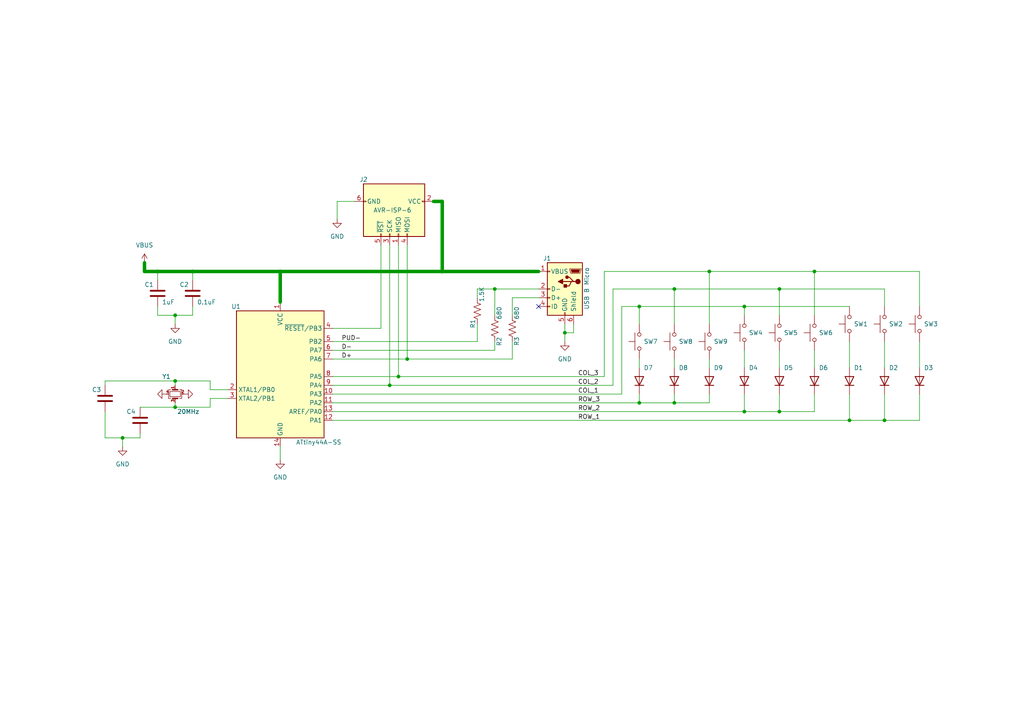
<source format=kicad_sch>
(kicad_sch (version 20211123) (generator eeschema)
  (paper "A4")
  (title_block (title "USB-Tentacle") (date "2022-07-21") (rev "1.0") (comment 1 "Customizable 3x3 keypad that emulates a USB keyboard.") (comment 2 "Designed by Rex McKinnon <0xff@rexploits.com>"))
  (lib_symbols
    (symbol "Connector:AVR-ISP-6" (pin_names (offset 1.016))
      (property "Reference" "J2" (at 13.97 -6.35 90))
      (property "Value" "AVR-ISP-6" (at 6.35 10.16 90))
      (symbol "AVR-ISP-6_0_1"
        (rectangle (start -2.667 -6.858) (end -2.413 -7.62))
        (rectangle (start -2.667 10.16) (end -2.413 9.398))
        (rectangle (start 7.62 -2.413) (end 6.858 -2.667))
        (rectangle (start 7.62 0.127) (end 6.858 -0.127))
        (rectangle (start 7.62 2.667) (end 6.858 2.413))
        (rectangle (start 7.62 5.207) (end 6.858 4.953))
        (rectangle (start 7.62 10.16) (end -7.62 -7.62) (stroke (width 0.254)) (fill (type background)))
      )
      (symbol "AVR-ISP-6_1_1"
        (pin passive line (at 10.16 2.54 180) (length 2.54) (name "MISO") (number "1"))
        (pin passive line (at -2.54 12.7 270) (length 2.54) (name "VCC") (number "2"))
        (pin passive line (at 10.16 0 180) (length 2.54) (name "SCK") (number "3"))
        (pin passive line (at 10.16 5.08 180) (length 2.54) (name "MOSI") (number "4"))
        (pin passive line (at 10.16 -2.54 180) (length 2.54) (name "~{RST}") (number "5"))
        (pin passive line (at -2.54 -10.16 90) (length 2.54) (name "GND") (number "6"))
      )
    )
    (symbol "Connector:USB_B_Micro" (pin_names (offset 1.016))
      (property "Reference" "J1" (at 0 10.16 90))
      (property "Value" "USB_B_Micro" (at 0 7.62 90))
      (symbol "USB_B_Micro_0_1"
        (rectangle (start -5.08 -7.62) (end 5.08 7.62) (stroke (width 0.254)) (fill (type background)))
        (circle (center -3.81 2.159) (radius 0.635) (stroke (width 0.254)) (fill (type outline)))
        (circle (center -0.635 3.429) (radius 0.381) (stroke (width 0.254)) (fill (type outline)))
        (rectangle (start -0.127 -7.62) (end 0.127 -6.858))
        (polyline (pts (xy -1.905 2.159) (xy 0.635 2.159)) (stroke (width 0.254)))
        (polyline (pts (xy -3.175 2.159) (xy -2.54 2.159) (xy -1.27 3.429) (xy -0.635 3.429)) (stroke (width 0.254)))
        (polyline (pts (xy -2.54 2.159) (xy -1.905 2.159) (xy -1.27 0.889) (xy 0 0.889)) (stroke (width 0.254)))
        (polyline (pts (xy 0.635 2.794) (xy 0.635 1.524) (xy 1.905 2.159) (xy 0.635 2.794)) (stroke (width 0.254)) (fill (type outline)))
        (polyline (pts (xy -4.318 5.588) (xy -1.778 5.588) (xy -2.032 4.826) (xy -4.064 4.826) (xy -4.318 5.588)) (fill (type outline)))
        (polyline (pts (xy -4.699 5.842) (xy -4.699 5.588) (xy -4.445 4.826) (xy -4.445 4.572) (xy -1.651 4.572) (xy -1.651 4.826) (xy -1.397 5.588) (xy -1.397 5.842) (xy -4.699 5.842)))
        (rectangle (start 0.254 1.27) (end -0.508 0.508) (stroke (width 0.254)) (fill (type outline)))
        (rectangle (start 5.08 -5.207) (end 4.318 -4.953))
        (rectangle (start 5.08 -2.667) (end 4.318 -2.413))
        (rectangle (start 5.08 -0.127) (end 4.318 0.127))
        (rectangle (start 5.08 4.953) (end 4.318 5.207))
      )
      (symbol "USB_B_Micro_1_1"
        (pin power_out line (at 7.62 5.08 180) (length 2.54) (name "VBUS") (number "1"))
        (pin bidirectional line (at 7.62 0 180) (length 2.54) (name "D-") (number "2"))
        (pin bidirectional line (at 7.62 -2.54 180) (length 2.54) (name "D+") (number "3"))
        (pin passive line (at 7.62 -5.08 180) (length 2.54) (name "ID") (number "4"))
        (pin power_out line (at 0 -10.16 90) (length 2.54) (name "GND") (number "5"))
        (pin passive line (at -2.54 -10.16 90) (length 2.54) (name "Shield") (number "6"))
      )
    )
    (symbol "Device:C" (pin_numbers hide) (pin_names (offset 0.254))
      (property "Reference" "C" (at 0.635 2.54 0))
      (property "Value" "C" (at 0.635 -2.54 0))
      (symbol "C_0_1"
        (polyline (pts (xy -2.032 -0.762) (xy 2.032 -0.762)) (stroke (width 0.508)))
        (polyline (pts (xy -2.032 0.762) (xy 2.032 0.762)) (stroke (width 0.508)))
      )
      (symbol "C_1_1"
        (pin passive line (at 0 3.81 270) (length 2.794) (name "~") (number "1"))
        (pin passive line (at 0 -3.81 90) (length 2.794) (name "~") (number "2"))
      )
    )
    (symbol "Device:Crystal_GND24_Small" (pin_names (offset 1.016) hide)
      (property "Reference" "Y" (at 1.27 4.445 0))
      (property "Value" "Crystal_GND24_Small" (at 1.27 2.54 0))
      (symbol "Crystal_GND24_Small_0_1"
        (rectangle (start -0.762 -1.524) (end 0.762 1.524))
        (polyline (pts (xy -1.27 -0.762) (xy -1.27 0.762)) (stroke (width 0.381)))
        (polyline (pts (xy 1.27 -0.762) (xy 1.27 0.762)) (stroke (width 0.381)))
        (polyline (pts (xy -1.27 -1.27) (xy -1.27 -1.905) (xy 1.27 -1.905) (xy 1.27 -1.27)))
        (polyline (pts (xy -1.27 1.27) (xy -1.27 1.905) (xy 1.27 1.905) (xy 1.27 1.27)))
      )
      (symbol "Crystal_GND24_Small_1_1"
        (pin passive line (at -2.54 0 0) (length 1.27) (name "1") (number "1"))
        (pin passive line (at 0 -2.54 90) (length 0.635) (name "2") (number "2"))
        (pin passive line (at 2.54 0 180) (length 1.27) (name "3") (number "3"))
        (pin passive line (at 0 2.54 270) (length 0.635) (name "4") (number "4"))
      )
    )
    (symbol "Device:D" (pin_numbers hide) (pin_names (offset 1.016) hide)
      (property "Reference" "D" (at 0 2.54 0))
      (property "Value" "D" (at 0 -2.54 0))
      (symbol "D_0_1"
        (polyline (pts (xy -1.27 1.27) (xy -1.27 -1.27)) (stroke (width 0.254)))
        (polyline (pts (xy 1.27 0) (xy -1.27 0)))
        (polyline (pts (xy 1.27 1.27) (xy 1.27 -1.27) (xy -1.27 0) (xy 1.27 1.27)) (stroke (width 0.254)))
      )
      (symbol "D_1_1"
        (pin passive line (at -3.81 0 0) (length 2.54) (name "K") (number "1"))
        (pin passive line (at 3.81 0 180) (length 2.54) (name "A") (number "2"))
      )
    )
    (symbol "Device:R_US" (pin_numbers hide) (pin_names (offset 0))
      (property "Reference" "R" (at 2.54 0 90))
      (property "Value" "R_US" (at -2.54 0 90))
      (symbol "R_US_0_1"
        (polyline (pts (xy 0 -2.286) (xy 0 -2.54)))
        (polyline (pts (xy 0 2.286) (xy 0 2.54)))
        (polyline (pts (xy 0 -0.762) (xy 1.016 -1.143) (xy 0 -1.524) (xy -1.016 -1.905) (xy 0 -2.286)))
        (polyline (pts (xy 0 0.762) (xy 1.016 0.381) (xy 0 0) (xy -1.016 -0.381) (xy 0 -0.762)))
        (polyline (pts (xy 0 2.286) (xy 1.016 1.905) (xy 0 1.524) (xy -1.016 1.143) (xy 0 0.762)))
      )
      (symbol "R_US_1_1"
        (pin passive line (at 0 3.81 270) (length 1.27) (name "~") (number "1"))
        (pin passive line (at 0 -3.81 90) (length 1.27) (name "~") (number "2"))
      )
    )
    (symbol "MCU_Microchip_ATtiny:ATtiny44A-SS"
      (property "Reference" "U1" (at -12.7 21.59 0))
      (property "Value" "ATtiny44A-SS" (at -7.62 -17.78 0))
      (symbol "ATtiny44A-SS_0_1"
        (rectangle (start -12.7 20.32) (end 12.7 -16.51) (stroke (width 0.254)) (fill (type background)))
      )
      (symbol "ATtiny44A-SS_1_1"
        (pin power_in line (at 0 22.86 270) (length 2.54) (name "VCC") (number "1"))
        (pin bidirectional line (at 15.24 -3.81 180) (length 2.54) (name "PA3") (number "10"))
        (pin bidirectional line (at 15.24 -6.35 180) (length 2.54) (name "PA2") (number "11"))
        (pin bidirectional line (at 15.24 -11.43 180) (length 2.54) (name "PA1") (number "12"))
        (pin bidirectional line (at 15.24 -8.89 180) (length 2.54) (name "AREF/PA0") (number "13"))
        (pin power_in line (at 0 -19.05 90) (length 2.54) (name "GND") (number "14"))
        (pin bidirectional line (at -15.24 -2.54 0) (length 2.54) (name "XTAL1/PB0") (number "2"))
        (pin bidirectional line (at -15.24 -5.08 0) (length 2.54) (name "XTAL2/PB1") (number "3"))
        (pin bidirectional line (at 15.24 15.24 180) (length 2.54) (name "~{RESET}/PB3") (number "4"))
        (pin bidirectional line (at 15.24 11.43 180) (length 2.54) (name "PB2") (number "5"))
        (pin bidirectional line (at 15.24 8.89 180) (length 2.54) (name "PA7") (number "6"))
        (pin bidirectional line (at 15.24 6.35 180) (length 2.54) (name "PA6") (number "7"))
        (pin bidirectional line (at 15.24 1.27 180) (length 2.54) (name "PA5") (number "8"))
        (pin bidirectional line (at 15.24 -1.27 180) (length 2.54) (name "PA4") (number "9"))
      )
    )
    (symbol "Switch:SW_Push" (pin_numbers hide) (pin_names (offset 1.016) hide)
      (property "Reference" "SW" (at 1.27 2.54 0))
      (property "Value" "SW_Push" (at 0 -1.524 0))
      (symbol "SW_Push_0_1"
        (circle (center -2.032 0) (radius 0.508))
        (polyline (pts (xy 0 1.27) (xy 0 3.048)))
        (polyline (pts (xy 2.54 1.27) (xy -2.54 1.27)))
        (circle (center 2.032 0) (radius 0.508))
        (pin passive line (at -5.08 0 0) (length 2.54) (name "1") (number "1"))
        (pin passive line (at 5.08 0 180) (length 2.54) (name "2") (number "2"))
      )
    )
    (symbol "power:GND" (power) (pin_names (offset 0))
      (property "Value" "GND" (at 0 -3.81 0))
      (symbol "GND_0_1"
        (polyline (pts (xy 0 0) (xy 0 -1.27) (xy 1.27 -1.27) (xy 0 -2.54) (xy -1.27 -1.27) (xy 0 -1.27)))
      )
      (symbol "GND_1_1"
        (pin power_in line (at 0 0 270) (length 0) hide (name "GND") (number "1"))
      )
    )
    (symbol "power:VBUS" (power) (pin_names (offset 0))
      (property "Value" "VBUS" (at 0 3.81 0))
      (symbol "VBUS_0_1"
        (polyline (pts (xy -0.762 1.27) (xy 0 2.54)))
        (polyline (pts (xy 0 0) (xy 0 2.54)))
        (polyline (pts (xy 0 2.54) (xy 0.762 1.27)))
      )
      (symbol "VBUS_1_1"
        (pin power_in line (at 0 0 90) (length 0) hide (name "VBUS") (number "1"))
      )
    )
  )
  (junction (at 226.06 119.38))
  (junction (at 226.06 83.82))
  (junction (at 205.74 78.74))
  (junction (at 246.38 121.92))
  (junction (at 163.83 96.52))
  (junction (at 195.58 83.82))
  (junction (at 256.54 121.92))
  (junction (at 215.9 119.38))
  (junction (at 185.42 88.9))
  (junction (at 35.56 127))
  (junction (at 55.88 78.74))
  (junction (at 45.72 78.74))
  (junction (at 215.9 88.9))
  (junction (at 128.27 78.74))
  (junction (at 50.8 110.49))
  (junction (at 113.03 111.76))
  (junction (at 50.8 118.11))
  (junction (at 185.42 116.84))
  (junction (at 143.51 83.82))
  (junction (at 115.57 109.22))
  (junction (at 50.8 91.44))
  (junction (at 81.28 78.74))
  (junction (at 118.11 104.14))
  (junction (at 236.22 78.74))
  (junction (at 195.58 116.84))
  (no_connect (at 156.21 88.9))
  (wire (pts (xy 177.8 83.82) (xy 195.58 83.82)))
  (wire (pts (xy 236.22 119.38) (xy 226.06 119.38)))
  (wire (pts (xy 40.64 125.73) (xy 40.64 127)))
  (wire (pts (xy 66.04 113.03) (xy 60.96 113.03)))
  (wire (pts (xy 177.8 111.76) (xy 177.8 83.82)))
  (wire (pts (xy 128.27 78.74) (xy 156.21 78.74)) (stroke (width 1)))
  (wire (pts (xy 256.54 88.9) (xy 256.54 83.82)))
  (wire (pts (xy 236.22 106.68) (xy 236.22 101.6)))
  (wire (pts (xy 185.42 93.98) (xy 185.42 88.9)))
  (wire (pts (xy 138.43 86.36) (xy 138.43 83.82)))
  (wire (pts (xy 35.56 127) (xy 30.48 127)))
  (wire (pts (xy 266.7 121.92) (xy 256.54 121.92)))
  (wire (pts (xy 195.58 83.82) (xy 226.06 83.82)))
  (wire (pts (xy 96.52 116.84) (xy 185.42 116.84)))
  (wire (pts (xy 45.72 78.74) (xy 55.88 78.74)) (stroke (width 1)))
  (wire (pts (xy 50.8 91.44) (xy 50.8 93.98)))
  (wire (pts (xy 60.96 113.03) (xy 60.96 110.49)))
  (wire (pts (xy 163.83 93.98) (xy 163.83 96.52)))
  (wire (pts (xy 205.74 116.84) (xy 195.58 116.84)))
  (wire (pts (xy 180.34 88.9) (xy 185.42 88.9)))
  (wire (pts (xy 236.22 114.3) (xy 236.22 119.38)))
  (wire (pts (xy 45.72 91.44) (xy 50.8 91.44)))
  (wire (pts (xy 215.9 91.44) (xy 215.9 88.9)))
  (wire (pts (xy 115.57 109.22) (xy 175.26 109.22)))
  (wire (pts (xy 246.38 121.92) (xy 256.54 121.92)))
  (wire (pts (xy 40.64 127) (xy 35.56 127)))
  (wire (pts (xy 246.38 106.68) (xy 246.38 99.06)))
  (wire (pts (xy 50.8 118.11) (xy 50.8 116.84)))
  (wire (pts (xy 185.42 116.84) (xy 195.58 116.84)))
  (wire (pts (xy 96.52 101.6) (xy 143.51 101.6)))
  (wire (pts (xy 185.42 88.9) (xy 215.9 88.9)))
  (wire (pts (xy 236.22 78.74) (xy 266.7 78.74)))
  (wire (pts (xy 118.11 104.14) (xy 148.59 104.14)))
  (wire (pts (xy 175.26 109.22) (xy 175.26 78.74)))
  (wire (pts (xy 96.52 114.3) (xy 180.34 114.3)))
  (wire (pts (xy 215.9 119.38) (xy 226.06 119.38)))
  (wire (pts (xy 60.96 118.11) (xy 60.96 115.57)))
  (wire (pts (xy 215.9 88.9) (xy 246.38 88.9)))
  (wire (pts (xy 50.8 110.49) (xy 50.8 111.76)))
  (wire (pts (xy 143.51 91.44) (xy 143.51 83.82)))
  (wire (pts (xy 148.59 86.36) (xy 156.21 86.36)))
  (wire (pts (xy 30.48 127) (xy 30.48 119.38)))
  (wire (pts (xy 96.52 111.76) (xy 113.03 111.76)))
  (wire (pts (xy 215.9 106.68) (xy 215.9 101.6)))
  (wire (pts (xy 256.54 114.3) (xy 256.54 121.92)))
  (wire (pts (xy 55.88 88.9) (xy 55.88 91.44)))
  (wire (pts (xy 205.74 78.74) (xy 236.22 78.74)))
  (wire (pts (xy 266.7 114.3) (xy 266.7 121.92)))
  (wire (pts (xy 55.88 78.74) (xy 81.28 78.74)) (stroke (width 1)))
  (wire (pts (xy 41.91 78.74) (xy 45.72 78.74)) (stroke (width 1)))
  (wire (pts (xy 163.83 96.52) (xy 166.37 96.52)))
  (wire (pts (xy 128.27 58.42) (xy 128.27 78.74)) (stroke (width 1)))
  (wire (pts (xy 205.74 106.68) (xy 205.74 104.14)))
  (wire (pts (xy 45.72 88.9) (xy 45.72 91.44)))
  (wire (pts (xy 180.34 114.3) (xy 180.34 88.9)))
  (wire (pts (xy 110.49 95.25) (xy 96.52 95.25)))
  (wire (pts (xy 81.28 78.74) (xy 81.28 87.63)) (stroke (width 1)))
  (wire (pts (xy 185.42 106.68) (xy 185.42 104.14)))
  (wire (pts (xy 96.52 109.22) (xy 115.57 109.22)))
  (wire (pts (xy 41.91 76.2) (xy 41.91 78.74)) (stroke (width 1)))
  (wire (pts (xy 236.22 91.44) (xy 236.22 78.74)))
  (wire (pts (xy 256.54 106.68) (xy 256.54 99.06)))
  (wire (pts (xy 30.48 111.76) (xy 30.48 110.49)))
  (wire (pts (xy 50.8 118.11) (xy 40.64 118.11)))
  (wire (pts (xy 195.58 93.98) (xy 195.58 83.82)))
  (wire (pts (xy 113.03 71.12) (xy 113.03 111.76)))
  (wire (pts (xy 96.52 119.38) (xy 215.9 119.38)))
  (wire (pts (xy 110.49 71.12) (xy 110.49 95.25)))
  (wire (pts (xy 175.26 78.74) (xy 205.74 78.74)))
  (wire (pts (xy 246.38 114.3) (xy 246.38 121.92)))
  (wire (pts (xy 45.72 81.28) (xy 45.72 78.74)))
  (wire (pts (xy 166.37 93.98) (xy 166.37 96.52)))
  (wire (pts (xy 50.8 118.11) (xy 60.96 118.11)))
  (wire (pts (xy 195.58 114.3) (xy 195.58 116.84)))
  (wire (pts (xy 96.52 104.14) (xy 118.11 104.14)))
  (wire (pts (xy 266.7 106.68) (xy 266.7 99.06)))
  (wire (pts (xy 215.9 114.3) (xy 215.9 119.38)))
  (wire (pts (xy 118.11 71.12) (xy 118.11 104.14)))
  (wire (pts (xy 113.03 111.76) (xy 177.8 111.76)))
  (wire (pts (xy 148.59 99.06) (xy 148.59 104.14)))
  (wire (pts (xy 81.28 129.54) (xy 81.28 133.35)))
  (wire (pts (xy 50.8 91.44) (xy 55.88 91.44)))
  (wire (pts (xy 226.06 106.68) (xy 226.06 101.6)))
  (wire (pts (xy 138.43 83.82) (xy 143.51 83.82)))
  (wire (pts (xy 66.04 115.57) (xy 60.96 115.57)))
  (wire (pts (xy 138.43 93.98) (xy 138.43 99.06)))
  (wire (pts (xy 163.83 99.06) (xy 163.83 96.52)))
  (wire (pts (xy 115.57 71.12) (xy 115.57 109.22)))
  (wire (pts (xy 35.56 127) (xy 35.56 129.54)))
  (wire (pts (xy 266.7 78.74) (xy 266.7 88.9)))
  (wire (pts (xy 195.58 106.68) (xy 195.58 104.14)))
  (wire (pts (xy 205.74 114.3) (xy 205.74 116.84)))
  (wire (pts (xy 148.59 86.36) (xy 148.59 91.44)))
  (wire (pts (xy 226.06 114.3) (xy 226.06 119.38)))
  (wire (pts (xy 97.79 58.42) (xy 97.79 63.5)))
  (wire (pts (xy 55.88 81.28) (xy 55.88 78.74)))
  (wire (pts (xy 205.74 93.98) (xy 205.74 78.74)))
  (wire (pts (xy 138.43 99.06) (xy 96.52 99.06)))
  (wire (pts (xy 125.73 58.42) (xy 128.27 58.42)) (stroke (width 1)))
  (wire (pts (xy 60.96 110.49) (xy 50.8 110.49)))
  (wire (pts (xy 81.28 78.74) (xy 128.27 78.74)) (stroke (width 1)))
  (wire (pts (xy 96.52 121.92) (xy 246.38 121.92)))
  (wire (pts (xy 143.51 83.82) (xy 156.21 83.82)))
  (wire (pts (xy 30.48 110.49) (xy 50.8 110.49)))
  (wire (pts (xy 143.51 99.06) (xy 143.51 101.6)))
  (wire (pts (xy 97.79 58.42) (xy 102.87 58.42)))
  (wire (pts (xy 185.42 114.3) (xy 185.42 116.84)))
  (wire (pts (xy 226.06 91.44) (xy 226.06 83.82)))
  (wire (pts (xy 226.06 83.82) (xy 256.54 83.82)))
  (label "D+" (at 99.06 104.14 0))
  (label "D-" (at 99.06 101.6 0))
  (label "ROW_2" (at 167.64 119.38 0))
  (label "COL_2" (at 167.64 111.76 0))
  (label "PUD-" (at 99.06 99.06 0))
  (label "COL_3" (at 167.64 109.22 0))
  (label "COL_1" (at 167.64 114.3 0))
  (label "ROW_1" (at 167.64 121.92 0))
  (label "ROW_3" (at 167.64 116.84 0))
  (symbol (lib_id "Device:C") (at 40.64 121.92 0) (mirror y) (unit 1)
    (property "Reference" "C4" (at 39.37 119.38 0) (effects (justify left)))
    (property "Value" "12pF" (effects hide))
    (property "Footprint" "Capacitor_SMD:C_0603_1608Metric" (effects hide))
    (property "MPN" "0603" (effects hide))
  )
  (symbol (lib_id "Device:D") (at 236.22 110.49 90) (unit 1)
    (property "Reference" "D6" (at 237.49 106.68 90) (effects (justify right)))
    (property "Value" "Schotty" (effects hide))
    (property "Footprint" "Diode_SMD:D_1206_3216Metric" (effects hide))
    (property "MPN" "SD1206S040S0R5" (effects hide))
    (property "UPN" "D000001" (effects hide))
  )
  (symbol (lib_id "Switch:SW_Push") (at 266.7 93.98 90) (unit 1)
    (property "Reference" "SW3" (at 267.97 93.98 90) (effects (justify right)))
    (property "Value" "Push" (effects hide))
    (property "Footprint" "Button_Switch_Keyboard:SW_Cherry_MX_1.00u_PCB" (effects hide))
    (property "MPN" "Cherry MX Keyswitch" (effects hide))
  )
  (symbol (lib_id "power:VBUS") (at 41.91 76.2 0) (unit 1)
    (property "Reference" "#PWR0109" (effects hide))
    (property "Value" "VBUS" (at 41.91 71.12 0))
  )
  (symbol (lib_id "MCU_Microchip_ATtiny:ATtiny44A-SS") (at 81.28 110.49 0) (unit 1)
    (property "Reference" "U1" (at 69.85 88.9 0) (effects (justify right)))
    (property "Value" "ATtiny44A-SS" (at 99.06 128.27 0) (effects (justify right)))
    (property "Footprint" "Package_SO:SOIC-14_3.9x8.7mm_P1.27mm" (effects hide))
    (property "Datasheet" "http://ww1.microchip.com/downloads/en/DeviceDoc/doc8183.pdf" (effects hide))
    (property "MPN" "ATTINY44A-SSN" (effects hide))
    (property "UPN" "UC000020" (effects hide))
  )
  (symbol (lib_id "power:GND") (at 48.26 114.3 270) (mirror x) (unit 1)
    (property "Reference" "#PWR0104" (effects hide))
    (property "Value" "GND" (effects hide))
  )
  (symbol (lib_id "Switch:SW_Push") (at 236.22 96.52 90) (unit 1)
    (property "Reference" "SW6" (at 237.49 96.5199 90) (effects (justify right)))
    (property "Value" "Push" (effects hide))
    (property "Footprint" "Button_Switch_Keyboard:SW_Cherry_MX_1.00u_PCB" (effects hide))
    (property "MPN" "Cherry MX Keyswitch" (effects hide))
  )
  (symbol (lib_id "Device:C") (at 55.88 85.09 0) (unit 1)
    (property "Reference" "C2" (at 52.07 82.55 0) (effects (justify left)))
    (property "Value" "0.1uF" (at 57.15 87.63 0) (effects (justify left)))
    (property "Footprint" "Capacitor_SMD:C_1206_3216Metric" (effects hide))
    (property "UPN" "C000006" (effects hide))
    (property "MPN" "1206" (effects hide))
  )
  (symbol (lib_id "Switch:SW_Push") (at 215.9 96.52 90) (unit 1)
    (property "Reference" "SW4" (at 217.17 96.5199 90) (effects (justify right)))
    (property "Value" "Push" (effects hide))
    (property "Footprint" "Button_Switch_Keyboard:SW_Cherry_MX_1.00u_PCB" (effects hide))
    (property "MPN" "Cherry MX Keyswitch" (effects hide))
  )
  (symbol (lib_id "Switch:SW_Push") (at 185.42 99.06 90) (unit 1)
    (property "Reference" "SW7" (at 186.69 99.06 90) (effects (justify right)))
    (property "Value" "Push" (effects hide))
    (property "Footprint" "Button_Switch_Keyboard:SW_Cherry_MX_1.00u_PCB" (effects hide))
    (property "MPN" "Cherry MX Keyswitch" (effects hide))
  )
  (symbol (lib_id "power:GND") (at 35.56 129.54 0) (mirror y) (unit 1)
    (property "Reference" "#PWR0101" (effects hide))
    (property "Value" "GND" (at 35.56 134.62 0))
  )
  (symbol (lib_id "power:GND") (at 163.83 99.06 0) (unit 1)
    (property "Reference" "#PWR0102" (effects hide))
    (property "Value" "GND" (at 163.83 104.14 0))
  )
  (symbol (lib_id "power:GND") (at 53.34 114.3 90) (mirror x) (unit 1)
    (property "Reference" "#PWR0105" (effects hide))
    (property "Value" "GND" (effects hide))
  )
  (symbol (lib_id "power:GND") (at 50.8 93.98 0) (unit 1)
    (property "Reference" "#PWR0108" (effects hide))
    (property "Value" "GND" (at 50.8 99.06 0))
  )
  (symbol (lib_id "Connector:AVR-ISP-6") (at 113.03 60.96 270) (unit 1)
    (property "Reference" "J2" (at 106.68 52.07 90) (effects (justify right)))
    (property "Value" "AVR-ISP-6" (at 119.38 60.96 90) (effects (justify right)))
    (property "Footprint" "Connector_PinHeader_2.54mm:PinHeader_2x03_P2.54mm_Vertical" (effects hide))
    (property "Datasheet" " ~" (effects hide))
    (property "MPN" "2x3 Male Pin Header" (effects hide))
  )
  (symbol (lib_id "Device:C") (at 30.48 115.57 0) (mirror y) (unit 1)
    (property "Reference" "C3" (at 26.67 113.03 0) (effects (justify right)))
    (property "Value" "12pF" (effects hide))
    (property "Footprint" "Capacitor_SMD:C_0603_1608Metric" (effects hide))
    (property "MPN" "0603" (effects hide))
  )
  (symbol (lib_id "power:GND") (at 81.28 133.35 0) (unit 1)
    (property "Reference" "#PWR0106" (effects hide))
    (property "Value" "GND" (at 81.28 138.43 0))
  )
  (symbol (lib_id "Device:D") (at 185.42 110.49 90) (unit 1)
    (property "Reference" "D7" (at 186.69 106.68 90) (effects (justify right)))
    (property "Value" "Schotty" (effects hide))
    (property "Footprint" "Diode_SMD:D_1206_3216Metric" (effects hide))
    (property "MPN" "SD1206S040S0R5" (effects hide))
    (property "UPN" "D000001" (effects hide))
  )
  (symbol (lib_id "Switch:SW_Push") (at 226.06 96.52 90) (unit 1)
    (property "Reference" "SW5" (at 227.33 96.52 90) (effects (justify right)))
    (property "Value" "Push" (effects hide))
    (property "Footprint" "Button_Switch_Keyboard:SW_Cherry_MX_1.00u_PCB" (effects hide))
    (property "MPN" "Cherry MX Keyswitch" (effects hide))
  )
  (symbol (lib_id "Device:Crystal_GND24_Small") (at 50.8 114.3 90) (mirror x) (unit 1)
    (property "Reference" "Y1" (at 48.26 109.22 90))
    (property "Value" "20MHz" (at 54.61 119.38 90))
    (property "Footprint" "Crystal:Crystal_SMD_3225-4Pin_3.2x2.5mm" (effects hide))
    (property "MPN" "RH100-20.000-8-1010-TR" (effects hide))
    (property "UPN" "X000003" (effects hide))
  )
  (symbol (lib_id "Device:D") (at 246.38 110.49 90) (unit 1)
    (property "Reference" "D1" (at 247.65 106.68 90) (effects (justify right)))
    (property "Value" "Schotty" (effects hide))
    (property "Footprint" "Diode_SMD:D_1206_3216Metric" (effects hide))
    (property "MPN" "SD1206S040S0R5" (effects hide))
    (property "UPN" "D000001" (effects hide))
  )
  (symbol (lib_id "Device:C") (at 45.72 85.09 0) (unit 1)
    (property "Reference" "C1" (at 41.91 82.55 0) (effects (justify left)))
    (property "Value" "1uF" (at 46.99 87.63 0) (effects (justify left)))
    (property "Footprint" "Capacitor_SMD:C_1206_3216Metric" (effects hide))
    (property "MPN" "1206" (effects hide))
  )
  (symbol (lib_id "Device:D") (at 266.7 110.49 90) (unit 1)
    (property "Reference" "D3" (at 267.97 106.68 90) (effects (justify right)))
    (property "Value" "Schotty" (effects hide))
    (property "Footprint" "Diode_SMD:D_1206_3216Metric" (effects hide))
    (property "MPN" "SD1206S040S0R5" (effects hide))
    (property "UPN" "D000001" (effects hide))
  )
  (symbol (lib_id "power:GND") (at 97.79 63.5 0) (unit 1)
    (property "Reference" "#PWR0107" (effects hide))
    (property "Value" "GND" (at 97.79 68.58 0))
  )
  (symbol (lib_id "Device:D") (at 256.54 110.49 90) (unit 1)
    (property "Reference" "D2" (at 257.81 106.68 90) (effects (justify right)))
    (property "Value" "Schotty" (effects hide))
    (property "Footprint" "Diode_SMD:D_1206_3216Metric" (effects hide))
    (property "MPN" "SD1206S040S0R5" (effects hide))
    (property "UPN" "D000001" (effects hide))
  )
  (symbol (lib_id "Switch:SW_Push") (at 246.38 93.98 90) (unit 1)
    (property "Reference" "SW1" (at 247.65 93.98 90) (effects (justify right)))
    (property "Value" "Push" (effects hide))
    (property "Footprint" "Button_Switch_Keyboard:SW_Cherry_MX_1.00u_PCB" (effects hide))
    (property "MPN" "Cherry MX Keyswitch" (effects hide))
  )
  (symbol (lib_id "Device:R_US") (at 148.59 95.25 180) (unit 1)
    (property "Reference" "R3" (at 149.86 100.33 90) (effects (justify right)))
    (property "Value" "680" (at 149.86 92.71 90) (effects (justify right)))
    (property "Footprint" "Resistor_SMD:R_0603_1608Metric" (effects hide))
    (property "MPN" "0603" (effects hide))
  )
  (symbol (lib_id "Device:D") (at 226.06 110.49 90) (unit 1)
    (property "Reference" "D5" (at 227.33 106.68 90) (effects (justify right)))
    (property "Value" "Schotty" (effects hide))
    (property "Footprint" "Diode_SMD:D_1206_3216Metric" (effects hide))
    (property "MPN" "SD1206S040S0R5" (effects hide))
    (property "UPN" "D000001" (effects hide))
  )
  (symbol (lib_id "Switch:SW_Push") (at 195.58 99.06 90) (unit 1)
    (property "Reference" "SW8" (at 196.85 99.0599 90) (effects (justify right)))
    (property "Value" "Push" (effects hide))
    (property "Footprint" "Button_Switch_Keyboard:SW_Cherry_MX_1.00u_PCB" (effects hide))
    (property "MPN" "Cherry MX Keyswitch" (effects hide))
  )
  (symbol (lib_id "Device:D") (at 205.74 110.49 90) (unit 1)
    (property "Reference" "D9" (at 207.01 106.68 90) (effects (justify right)))
    (property "Value" "Schotty" (effects hide))
    (property "Footprint" "Diode_SMD:D_1206_3216Metric" (effects hide))
    (property "MPN" "SD1206S040S0R5" (effects hide))
    (property "UPN" "D000001" (effects hide))
  )
  (symbol (lib_id "Device:D") (at 215.9 110.49 90) (unit 1)
    (property "Reference" "D4" (at 217.17 106.68 90) (effects (justify right)))
    (property "Value" "Schotty" (effects hide))
    (property "Footprint" "Diode_SMD:D_1206_3216Metric" (effects hide))
    (property "MPN" "SD1206S040S0R5" (effects hide))
    (property "UPN" "D000001" (effects hide))
  )
  (symbol (lib_id "Device:R_US") (at 143.51 95.25 180) (unit 1)
    (property "Reference" "R2" (at 144.78 99.06 90))
    (property "Value" "680" (at 144.78 92.71 90) (effects (justify right)))
    (property "Footprint" "Resistor_SMD:R_0603_1608Metric" (effects hide))
    (property "MPN" "0603" (effects hide))
  )
  (symbol (lib_id "Switch:SW_Push") (at 205.74 99.06 90) (unit 1)
    (property "Reference" "SW9" (at 207.01 99.06 90) (effects (justify right)))
    (property "Value" "Push" (effects hide))
    (property "Footprint" "Button_Switch_Keyboard:SW_Cherry_MX_1.00u_PCB" (effects hide))
    (property "MPN" "Cherry MX Keyswitch" (effects hide))
  )
  (symbol (lib_id "Connector:USB_B_Micro") (at 163.83 83.82 0) (mirror y) (unit 1)
    (property "Reference" "J1" (at 157.48 74.93 0) (effects (justify right)))
    (property "Value" "USB B Micro" (at 170.18 77.47 90) (effects (justify right)))
    (property "Footprint" "UPL-Connectors:USB_Micro-B_Receptacle_AdamTech_MCR-B-S-RA-SMT-CS5A-NF-TR" (effects hide))
    (property "MPN" "MCR-B-S-RA-SMT-CS5A-NF-T/R" (effects hide))
    (property "UPN" "J000006" (effects hide))
  )
  (symbol (lib_id "Device:R_US") (at 138.43 90.17 0) (unit 1)
    (property "Reference" "R1" (at 137.16 95.25 90) (effects (justify left)))
    (property "Value" "1.5K" (at 139.7 87.63 90) (effects (justify left)))
    (property "Footprint" "Resistor_SMD:R_0603_1608Metric" (effects hide))
    (property "MPN" "0603" (effects hide))
  )
  (symbol (lib_id "Switch:SW_Push") (at 256.54 93.98 90) (unit 1)
    (property "Reference" "SW2" (at 257.81 93.98 90) (effects (justify right)))
    (property "Value" "Push" (effects hide))
    (property "Footprint" "Button_Switch_Keyboard:SW_Cherry_MX_1.00u_PCB" (effects hide))
    (property "MPN" "Cherry MX Keyswitch" (effects hide))
  )
  (symbol (lib_id "Device:D") (at 195.58 110.49 90) (unit 1)
    (property "Reference" "D8" (at 196.85 106.68 90) (effects (justify right)))
    (property "Value" "Schotty" (effects hide))
    (property "Footprint" "Diode_SMD:D_1206_3216Metric" (effects hide))
    (property "MPN" "SD1206S040S0R5" (effects hide))
    (property "UPN" "D000001" (effects hide))
  )
)
</source>
